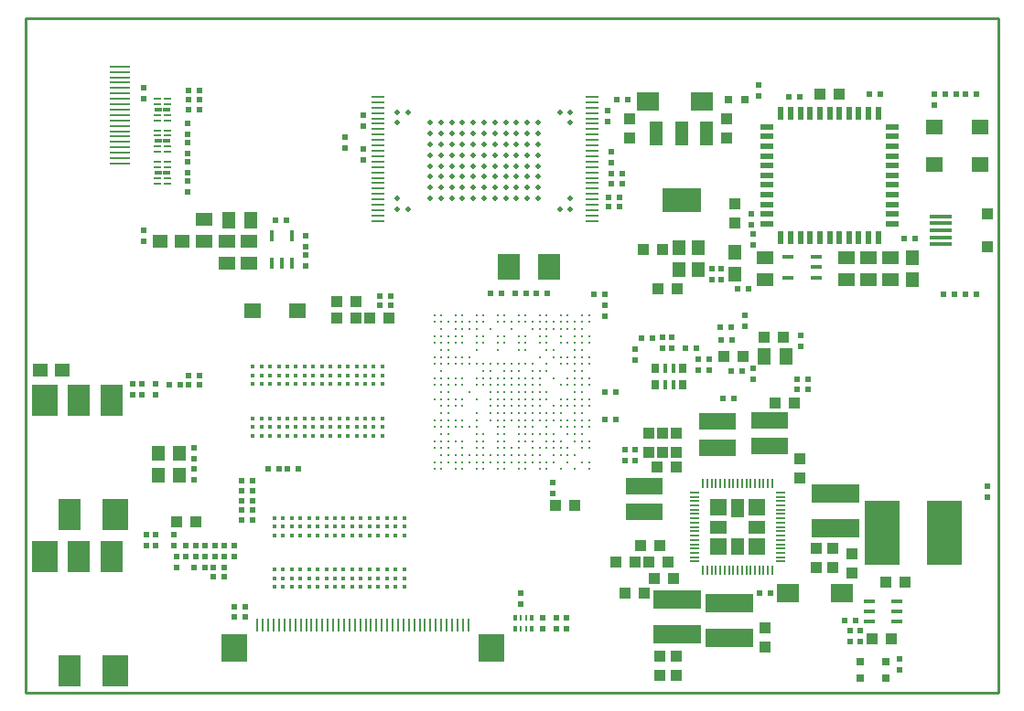
<source format=gbr>
G04 #@! TF.GenerationSoftware,KiCad,Pcbnew,no-vcs-found-ddec803~58~ubuntu14.04.1*
G04 #@! TF.CreationDate,2017-06-02T15:46:53+03:00*
G04 #@! TF.ProjectId,A64-OlinuXino_Rev_D,4136342D4F6C696E7558696E6F5F5265,D*
G04 #@! TF.FileFunction,Paste,Top*
G04 #@! TF.FilePolarity,Positive*
%FSLAX46Y46*%
G04 Gerber Fmt 4.6, Leading zero omitted, Abs format (unit mm)*
G04 Created by KiCad (PCBNEW no-vcs-found-ddec803~58~ubuntu14.04.1) date Fri Jun  2 15:46:53 2017*
%MOMM*%
%LPD*%
G01*
G04 APERTURE LIST*
%ADD10C,0.100000*%
%ADD11C,0.254000*%
%ADD12R,1.000000X1.100000*%
%ADD13R,2.150000X0.325000*%
%ADD14R,1.300000X0.500000*%
%ADD15R,0.500000X1.300000*%
%ADD16R,1.219200X2.235200*%
%ADD17R,3.600000X2.200000*%
%ADD18C,0.500000*%
%ADD19C,0.330000*%
%ADD20C,0.420000*%
%ADD21R,1.998400X2.898400*%
%ADD22R,2.398400X2.898400*%
%ADD23R,2.400000X2.600000*%
%ADD24R,0.230000X1.280000*%
%ADD25R,0.457200X0.965200*%
%ADD26R,0.711200X0.965200*%
%ADD27R,1.980000X0.230000*%
%ADD28R,1.500000X1.600000*%
%ADD29R,1.200000X1.700000*%
%ADD30R,1.600000X1.200000*%
%ADD31R,1.200000X1.600000*%
%ADD32R,0.911000X0.211000*%
%ADD33R,0.211000X0.911000*%
%ADD34R,3.398400X1.498400*%
%ADD35R,4.500000X1.750000*%
%ADD36R,3.200000X6.000000*%
%ADD37R,0.800000X0.800000*%
%ADD38R,0.500000X0.550000*%
%ADD39R,1.016000X1.016000*%
%ADD40R,0.550000X0.500000*%
%ADD41R,1.524000X1.270000*%
%ADD42R,1.270000X1.524000*%
%ADD43R,2.000000X1.700000*%
%ADD44R,1.168400X1.422400*%
%ADD45R,1.422400X1.168400*%
%ADD46R,1.098400X0.448400*%
%ADD47R,0.448400X1.098400*%
%ADD48R,1.500000X1.400000*%
%ADD49R,1.180000X0.230000*%
%ADD50R,0.305000X0.605000*%
%ADD51R,0.230000X0.605000*%
%ADD52R,0.675000X0.200000*%
%ADD53R,0.775000X0.300000*%
%ADD54R,2.100000X2.400000*%
G04 APERTURE END LIST*
D10*
D11*
X100000000Y-37500000D02*
X100000000Y-100000000D01*
X190000000Y-37500000D02*
X100000000Y-37500000D01*
X190000000Y-100000000D02*
X190000000Y-37500000D01*
X100000000Y-100000000D02*
X190000000Y-100000000D01*
D12*
X188992000Y-55650000D03*
X188992000Y-58650000D03*
D13*
X184692000Y-55850000D03*
X184692000Y-56500000D03*
X184692000Y-57150000D03*
X184692000Y-57800000D03*
X184692000Y-58450000D03*
D14*
X180146000Y-47570000D03*
X180146000Y-48470000D03*
X180146000Y-49370000D03*
X180146000Y-50270000D03*
X180146000Y-51170000D03*
X180146000Y-52070000D03*
X180146000Y-52970000D03*
X180146000Y-53870000D03*
X180146000Y-54770000D03*
X180146000Y-55670000D03*
X180146000Y-56570000D03*
D15*
X178871000Y-57845000D03*
X177971000Y-57845000D03*
X177071000Y-57845000D03*
X176171000Y-57845000D03*
X175271000Y-57845000D03*
X174371000Y-57845000D03*
X173471000Y-57845000D03*
X172571000Y-57845000D03*
X171671000Y-57845000D03*
X170771000Y-57845000D03*
X169871000Y-57845000D03*
D14*
X168596000Y-56570000D03*
X168596000Y-55670000D03*
X168596000Y-54770000D03*
X168596000Y-53870000D03*
X168596000Y-52970000D03*
X168596000Y-52070000D03*
X168596000Y-51170000D03*
X168596000Y-50270000D03*
X168596000Y-49370000D03*
X168596000Y-48470000D03*
X168596000Y-47570000D03*
D15*
X169871000Y-46295000D03*
X170771000Y-46295000D03*
X171671000Y-46295000D03*
X172571000Y-46295000D03*
X173471000Y-46295000D03*
X174371000Y-46295000D03*
X175271000Y-46295000D03*
X176171000Y-46295000D03*
X177071000Y-46295000D03*
X177971000Y-46295000D03*
X178871000Y-46295000D03*
D16*
X162966400Y-48209200D03*
X160655000Y-48209200D03*
X158343600Y-48209200D03*
D17*
X160655000Y-54406800D03*
D18*
X150400000Y-46200000D03*
X150400000Y-47200000D03*
X150400000Y-54200000D03*
X150400000Y-55200000D03*
X149400000Y-46200000D03*
X149400000Y-55200000D03*
X147400000Y-47200000D03*
X147400000Y-48200000D03*
X147400000Y-49200000D03*
X147400000Y-50200000D03*
X147400000Y-51200000D03*
X147400000Y-52200000D03*
X147400000Y-53200000D03*
X147400000Y-54200000D03*
X146400000Y-47200000D03*
X146400000Y-48200000D03*
X146400000Y-49200000D03*
X146400000Y-50200000D03*
X146400000Y-51200000D03*
X146400000Y-52200000D03*
X146400000Y-53200000D03*
X146400000Y-54200000D03*
X145400000Y-47200000D03*
X145400000Y-48200000D03*
X145400000Y-49200000D03*
X145400000Y-50200000D03*
X145400000Y-51200000D03*
X145400000Y-52200000D03*
X145400000Y-53200000D03*
X145400000Y-54200000D03*
X144400000Y-47200000D03*
X144400000Y-48200000D03*
X144400000Y-49200000D03*
X144400000Y-50200000D03*
X144400000Y-51200000D03*
X144400000Y-52200000D03*
X144400000Y-53200000D03*
X144400000Y-54200000D03*
X143400000Y-47200000D03*
X143400000Y-48200000D03*
X143400000Y-49200000D03*
X143400000Y-50200000D03*
X143400000Y-51200000D03*
X143400000Y-52200000D03*
X143400000Y-53200000D03*
X143400000Y-54200000D03*
X142400000Y-47200000D03*
X142400000Y-48200000D03*
X142400000Y-49200000D03*
X142400000Y-50200000D03*
X142400000Y-51200000D03*
X142400000Y-52200000D03*
X142400000Y-53200000D03*
X142400000Y-54200000D03*
X141400000Y-47200000D03*
X141400000Y-48200000D03*
X141400000Y-49200000D03*
X141400000Y-50200000D03*
X141400000Y-51200000D03*
X141400000Y-52200000D03*
X141400000Y-53200000D03*
X141400000Y-54200000D03*
X140400000Y-47200000D03*
X140400000Y-48200000D03*
X140400000Y-49200000D03*
X140400000Y-50200000D03*
X140400000Y-51200000D03*
X140400000Y-52200000D03*
X140400000Y-53200000D03*
X140400000Y-54200000D03*
X139400000Y-47200000D03*
X139400000Y-48200000D03*
X139400000Y-49200000D03*
X139400000Y-50200000D03*
X139400000Y-51200000D03*
X139400000Y-52200000D03*
X139400000Y-53200000D03*
X139400000Y-54200000D03*
X138400000Y-47200000D03*
X138400000Y-48200000D03*
X138400000Y-49200000D03*
X138400000Y-50200000D03*
X138400000Y-51200000D03*
X138400000Y-52200000D03*
X138400000Y-53200000D03*
X138400000Y-54200000D03*
X137400000Y-47200000D03*
X137400000Y-48200000D03*
X137400000Y-49200000D03*
X137400000Y-50200000D03*
X137400000Y-51200000D03*
X137400000Y-52200000D03*
X137400000Y-53200000D03*
X137400000Y-54200000D03*
X135400000Y-46200000D03*
X135400000Y-55200000D03*
X134400000Y-46200000D03*
X134400000Y-47200000D03*
X134400000Y-54200000D03*
X134400000Y-55200000D03*
D19*
X151450000Y-68250000D03*
X150800000Y-68250000D03*
X148850000Y-68250000D03*
X148200000Y-68250000D03*
X146250000Y-68250000D03*
X145600000Y-68250000D03*
X143650000Y-68250000D03*
X141700000Y-68250000D03*
X139100000Y-68250000D03*
X138450000Y-68250000D03*
X152100000Y-68900000D03*
X151450000Y-68900000D03*
X150800000Y-68900000D03*
X150150000Y-68900000D03*
X149500000Y-68900000D03*
X148850000Y-68900000D03*
X147550000Y-68900000D03*
X141050000Y-68900000D03*
X140400000Y-68900000D03*
X139750000Y-68900000D03*
X139100000Y-68900000D03*
X138450000Y-68900000D03*
X137800000Y-68900000D03*
X152100000Y-69550000D03*
X151450000Y-69550000D03*
X150800000Y-69550000D03*
X150150000Y-69550000D03*
X149500000Y-69550000D03*
X148200000Y-69550000D03*
X146900000Y-69550000D03*
X146250000Y-69550000D03*
X145600000Y-69550000D03*
X144950000Y-69550000D03*
X144300000Y-69550000D03*
X143650000Y-69550000D03*
X143000000Y-69550000D03*
X142350000Y-69550000D03*
X141700000Y-69550000D03*
X141050000Y-69550000D03*
X140400000Y-69550000D03*
X139750000Y-69550000D03*
X139100000Y-69550000D03*
X138450000Y-69550000D03*
X137800000Y-69550000D03*
X151450000Y-70200000D03*
X150800000Y-70200000D03*
X148200000Y-70200000D03*
X147550000Y-70200000D03*
X142350000Y-70200000D03*
X138450000Y-70200000D03*
X152100000Y-70850000D03*
X151450000Y-70850000D03*
X150800000Y-70850000D03*
X150150000Y-70850000D03*
X147550000Y-70850000D03*
X146900000Y-70850000D03*
X146250000Y-70850000D03*
X145600000Y-70850000D03*
X144950000Y-70850000D03*
X144300000Y-70850000D03*
X143650000Y-70850000D03*
X142350000Y-70850000D03*
X141700000Y-70850000D03*
X140400000Y-70850000D03*
X139750000Y-70850000D03*
X139100000Y-70850000D03*
X138450000Y-70850000D03*
X137800000Y-70850000D03*
X152100000Y-71500000D03*
X151450000Y-71500000D03*
X150800000Y-71500000D03*
X150150000Y-71500000D03*
X149500000Y-71500000D03*
X146900000Y-71500000D03*
X144950000Y-71500000D03*
X144300000Y-71500000D03*
X143000000Y-71500000D03*
X141700000Y-71500000D03*
X140400000Y-71500000D03*
X139750000Y-71500000D03*
X139100000Y-71500000D03*
X138450000Y-71500000D03*
X137800000Y-71500000D03*
X151450000Y-72150000D03*
X150800000Y-72150000D03*
X143000000Y-72150000D03*
X141050000Y-72150000D03*
X139100000Y-72150000D03*
X138450000Y-72150000D03*
X152100000Y-72800000D03*
X151450000Y-72800000D03*
X150800000Y-72800000D03*
X150150000Y-72800000D03*
X149500000Y-72800000D03*
X140400000Y-72800000D03*
X139750000Y-72800000D03*
X139100000Y-72800000D03*
X138450000Y-72800000D03*
X137800000Y-72800000D03*
X152100000Y-73450000D03*
X151450000Y-73450000D03*
X150800000Y-73450000D03*
X150150000Y-73450000D03*
X149500000Y-73450000D03*
X148850000Y-73450000D03*
X140400000Y-73450000D03*
X139750000Y-73450000D03*
X139100000Y-73450000D03*
X138450000Y-73450000D03*
X151450000Y-74100000D03*
X150800000Y-74100000D03*
X149500000Y-74100000D03*
X148850000Y-74100000D03*
X141700000Y-74100000D03*
X139100000Y-74100000D03*
X138450000Y-74100000D03*
X152100000Y-74750000D03*
X151450000Y-74750000D03*
X150800000Y-74750000D03*
X150150000Y-74750000D03*
X149500000Y-74750000D03*
X145600000Y-74750000D03*
X144300000Y-74750000D03*
X143000000Y-74750000D03*
X141700000Y-74750000D03*
X140400000Y-74750000D03*
X139750000Y-74750000D03*
X139100000Y-74750000D03*
X138450000Y-74750000D03*
X137800000Y-74750000D03*
X152100000Y-75400000D03*
X151450000Y-75400000D03*
X150800000Y-75400000D03*
X150150000Y-75400000D03*
X149500000Y-75400000D03*
X145600000Y-75400000D03*
X144300000Y-75400000D03*
X143650000Y-75400000D03*
X141700000Y-75400000D03*
X141050000Y-75400000D03*
X140400000Y-75400000D03*
X138450000Y-75400000D03*
X137800000Y-75400000D03*
X151450000Y-76050000D03*
X150800000Y-76050000D03*
X150150000Y-76050000D03*
X148850000Y-76050000D03*
X148200000Y-76050000D03*
X147550000Y-76050000D03*
X146250000Y-76050000D03*
X145600000Y-76050000D03*
X144300000Y-76050000D03*
X143650000Y-76050000D03*
X142350000Y-76050000D03*
X139100000Y-76050000D03*
X138450000Y-76050000D03*
X152100000Y-76700000D03*
X151450000Y-76700000D03*
X150800000Y-76700000D03*
X149500000Y-76700000D03*
X148850000Y-76700000D03*
X146250000Y-76700000D03*
X145600000Y-76700000D03*
X143650000Y-76700000D03*
X142350000Y-76700000D03*
X141700000Y-76700000D03*
X140400000Y-76700000D03*
X139750000Y-76700000D03*
X139100000Y-76700000D03*
X138450000Y-76700000D03*
X137800000Y-76700000D03*
X152100000Y-77350000D03*
X151450000Y-77350000D03*
X150150000Y-77350000D03*
X149500000Y-77350000D03*
X148850000Y-77350000D03*
X148200000Y-77350000D03*
X147550000Y-77350000D03*
X146900000Y-77350000D03*
X144950000Y-77350000D03*
X143650000Y-77350000D03*
X141700000Y-77350000D03*
X140400000Y-77350000D03*
X139100000Y-77350000D03*
X138450000Y-77350000D03*
X137800000Y-77350000D03*
X150800000Y-78000000D03*
X150150000Y-78000000D03*
X149500000Y-78000000D03*
X148850000Y-78000000D03*
X147550000Y-78000000D03*
X146900000Y-78000000D03*
X146250000Y-78000000D03*
X145600000Y-78000000D03*
X144300000Y-78000000D03*
X143650000Y-78000000D03*
X143000000Y-78000000D03*
X142350000Y-78000000D03*
X141700000Y-78000000D03*
X141050000Y-78000000D03*
X140400000Y-78000000D03*
X139750000Y-78000000D03*
X138450000Y-78000000D03*
X152100000Y-78650000D03*
X151450000Y-78650000D03*
X150150000Y-78650000D03*
X148850000Y-78650000D03*
X147550000Y-78650000D03*
X146900000Y-78650000D03*
X146250000Y-78650000D03*
X145600000Y-78650000D03*
X144950000Y-78650000D03*
X144300000Y-78650000D03*
X143650000Y-78650000D03*
X143000000Y-78650000D03*
X142350000Y-78650000D03*
X141700000Y-78650000D03*
X141050000Y-78650000D03*
X140400000Y-78650000D03*
X139750000Y-78650000D03*
X139100000Y-78650000D03*
X138450000Y-78650000D03*
X137800000Y-78650000D03*
X152100000Y-79300000D03*
X150800000Y-79300000D03*
X149500000Y-79300000D03*
X148200000Y-79300000D03*
X147550000Y-79300000D03*
X146250000Y-79300000D03*
X145600000Y-79300000D03*
X144300000Y-79300000D03*
X143650000Y-79300000D03*
X142350000Y-79300000D03*
X141700000Y-79300000D03*
X140400000Y-79300000D03*
X139750000Y-79300000D03*
X138450000Y-79300000D03*
X137800000Y-67600000D03*
X138450000Y-67600000D03*
X139100000Y-67600000D03*
X139750000Y-67600000D03*
X140400000Y-67600000D03*
X141700000Y-67600000D03*
X142350000Y-67600000D03*
X143650000Y-67600000D03*
X144300000Y-67600000D03*
X145600000Y-67600000D03*
X146250000Y-67600000D03*
X147550000Y-67600000D03*
X148200000Y-67600000D03*
X149500000Y-67600000D03*
X150150000Y-67600000D03*
X150800000Y-67600000D03*
X151450000Y-67600000D03*
X152100000Y-67600000D03*
X152100000Y-66950000D03*
X151450000Y-66950000D03*
X150800000Y-66950000D03*
X149500000Y-66950000D03*
X148200000Y-66950000D03*
X147550000Y-66950000D03*
X146250000Y-66950000D03*
X145600000Y-66950000D03*
X144300000Y-66950000D03*
X143650000Y-66950000D03*
X142350000Y-66950000D03*
X141700000Y-66950000D03*
X140400000Y-66950000D03*
X139750000Y-66950000D03*
X139100000Y-66950000D03*
X138450000Y-66950000D03*
X137800000Y-66950000D03*
X138450000Y-66300000D03*
X139750000Y-66300000D03*
X140400000Y-66300000D03*
X141050000Y-66300000D03*
X141700000Y-66300000D03*
X143000000Y-66300000D03*
X144950000Y-66300000D03*
X146900000Y-66300000D03*
X147550000Y-66300000D03*
X148200000Y-66300000D03*
X148850000Y-66300000D03*
X149500000Y-66300000D03*
X150150000Y-66300000D03*
X150800000Y-66300000D03*
X151450000Y-66300000D03*
X152100000Y-65650000D03*
X151450000Y-65650000D03*
X150800000Y-65650000D03*
X150150000Y-65650000D03*
X149500000Y-65650000D03*
X148850000Y-65650000D03*
X148200000Y-65650000D03*
X147550000Y-65650000D03*
X146900000Y-65650000D03*
X146250000Y-65650000D03*
X145600000Y-65650000D03*
X144950000Y-65650000D03*
X144300000Y-65650000D03*
X143650000Y-65650000D03*
X142350000Y-65650000D03*
X141700000Y-65650000D03*
X141050000Y-65650000D03*
X140400000Y-65650000D03*
X139750000Y-65650000D03*
X139100000Y-65650000D03*
X138450000Y-65650000D03*
X137800000Y-65650000D03*
X138450000Y-65000000D03*
X139750000Y-65000000D03*
X140400000Y-65000000D03*
X141700000Y-65000000D03*
X142350000Y-65000000D03*
X143650000Y-65000000D03*
X144300000Y-65000000D03*
X145600000Y-65000000D03*
X146250000Y-65000000D03*
X147550000Y-65000000D03*
X148200000Y-65000000D03*
X149500000Y-65000000D03*
X150150000Y-65000000D03*
X151450000Y-65000000D03*
X137800000Y-79300000D03*
X137800000Y-65000000D03*
X139100000Y-78000000D03*
X139100000Y-75400000D03*
X139750000Y-75400000D03*
X141700000Y-76050000D03*
X142350000Y-77350000D03*
X144300000Y-77350000D03*
X144300000Y-76700000D03*
X144950000Y-78000000D03*
X145600000Y-77350000D03*
X143000000Y-70200000D03*
X144300000Y-70200000D03*
X144950000Y-70200000D03*
X145600000Y-70200000D03*
X146900000Y-70200000D03*
X143000000Y-70850000D03*
X142350000Y-71500000D03*
X143650000Y-71500000D03*
X148850000Y-70850000D03*
X148200000Y-72150000D03*
X148200000Y-72800000D03*
X147550000Y-71500000D03*
X147550000Y-72150000D03*
X146900000Y-72150000D03*
X146900000Y-72800000D03*
X146250000Y-71500000D03*
X145600000Y-71500000D03*
X146250000Y-72150000D03*
X145600000Y-72150000D03*
X147550000Y-72800000D03*
X146250000Y-72800000D03*
X145600000Y-72800000D03*
X144950000Y-72800000D03*
X144300000Y-72800000D03*
X143650000Y-72800000D03*
X143000000Y-72800000D03*
X147550000Y-73450000D03*
X143000000Y-73450000D03*
X143650000Y-73450000D03*
X144300000Y-73450000D03*
X144950000Y-73450000D03*
X145600000Y-73450000D03*
X146250000Y-73450000D03*
X146900000Y-73450000D03*
X148200000Y-74100000D03*
X143000000Y-74100000D03*
X147550000Y-74100000D03*
X146900000Y-74100000D03*
X146250000Y-74100000D03*
X145600000Y-74100000D03*
X144950000Y-74100000D03*
X144300000Y-74100000D03*
X143650000Y-74100000D03*
X148850000Y-74750000D03*
X148200000Y-74750000D03*
X147550000Y-74750000D03*
X146900000Y-74750000D03*
X146250000Y-74750000D03*
X148200000Y-75400000D03*
X146900000Y-75400000D03*
X146250000Y-75400000D03*
X146900000Y-76700000D03*
X148200000Y-78650000D03*
X148200000Y-76700000D03*
X146900000Y-76050000D03*
X143650000Y-74750000D03*
X144950000Y-74750000D03*
X141700000Y-72800000D03*
X143650000Y-72150000D03*
X144300000Y-72150000D03*
X144950000Y-72150000D03*
X152100000Y-65000000D03*
D20*
X123000000Y-90200000D03*
X123000000Y-89400000D03*
X123000000Y-88600000D03*
X123000000Y-85400000D03*
X123000000Y-84600000D03*
X123000000Y-83800000D03*
X123800000Y-90200000D03*
X123800000Y-89400000D03*
X123800000Y-88600000D03*
X123800000Y-85400000D03*
X123800000Y-84600000D03*
X123800000Y-83800000D03*
X124600000Y-90200000D03*
X124600000Y-89400000D03*
X124600000Y-88600000D03*
X124600000Y-85400000D03*
X124600000Y-84600000D03*
X124600000Y-83800000D03*
X125400000Y-90200000D03*
X125400000Y-89400000D03*
X125400000Y-88600000D03*
X125400000Y-85400000D03*
X125400000Y-84600000D03*
X125400000Y-83800000D03*
X126200000Y-90200000D03*
X126200000Y-89400000D03*
X126200000Y-88600000D03*
X126200000Y-85400000D03*
X126200000Y-84600000D03*
X126200000Y-83800000D03*
X127000000Y-90200000D03*
X127000000Y-89400000D03*
X127000000Y-88600000D03*
X127000000Y-85400000D03*
X127000000Y-84600000D03*
X127000000Y-83800000D03*
X127800000Y-90200000D03*
X127800000Y-89400000D03*
X127800000Y-88600000D03*
X127800000Y-85400000D03*
X127800000Y-84600000D03*
X127800000Y-83800000D03*
X128600000Y-90200000D03*
X128600000Y-89400000D03*
X128600000Y-88600000D03*
X128600000Y-85400000D03*
X128600000Y-84600000D03*
X128600000Y-83800000D03*
X129400000Y-90200000D03*
X129400000Y-89400000D03*
X129400000Y-88600000D03*
X129400000Y-85400000D03*
X129400000Y-84600000D03*
X129400000Y-83800000D03*
X130200000Y-90200000D03*
X130200000Y-89400000D03*
X130200000Y-88600000D03*
X130200000Y-85400000D03*
X130200000Y-84600000D03*
X130200000Y-83800000D03*
X131000000Y-90200000D03*
X131000000Y-89400000D03*
X131000000Y-88600000D03*
X131000000Y-85400000D03*
X131000000Y-84600000D03*
X131000000Y-83800000D03*
X131800000Y-90200000D03*
X131800000Y-89400000D03*
X131800000Y-88600000D03*
X131800000Y-85400000D03*
X131800000Y-84600000D03*
X131800000Y-83800000D03*
X132600000Y-90200000D03*
X132600000Y-89400000D03*
X132600000Y-88600000D03*
X132600000Y-85400000D03*
X132600000Y-84600000D03*
X132600000Y-83800000D03*
X133400000Y-90200000D03*
X133400000Y-89400000D03*
X133400000Y-88600000D03*
X133400000Y-85400000D03*
X133400000Y-84600000D03*
X133400000Y-83800000D03*
X134200000Y-90200000D03*
X134200000Y-89400000D03*
X134200000Y-88600000D03*
X134200000Y-85400000D03*
X134200000Y-84600000D03*
X134200000Y-83800000D03*
X135000000Y-90200000D03*
X135000000Y-89400000D03*
X135000000Y-88600000D03*
X135000000Y-85400000D03*
X135000000Y-84600000D03*
X135000000Y-83800000D03*
X121000000Y-76200000D03*
X121000000Y-75400000D03*
X121000000Y-74600000D03*
X121000000Y-71400000D03*
X121000000Y-70600000D03*
X121000000Y-69800000D03*
X121800000Y-76200000D03*
X121800000Y-75400000D03*
X121800000Y-74600000D03*
X121800000Y-71400000D03*
X121800000Y-70600000D03*
X121800000Y-69800000D03*
X122600000Y-76200000D03*
X122600000Y-75400000D03*
X122600000Y-74600000D03*
X122600000Y-71400000D03*
X122600000Y-70600000D03*
X122600000Y-69800000D03*
X123400000Y-76200000D03*
X123400000Y-75400000D03*
X123400000Y-74600000D03*
X123400000Y-71400000D03*
X123400000Y-70600000D03*
X123400000Y-69800000D03*
X124200000Y-76200000D03*
X124200000Y-75400000D03*
X124200000Y-74600000D03*
X124200000Y-71400000D03*
X124200000Y-70600000D03*
X124200000Y-69800000D03*
X125000000Y-76200000D03*
X125000000Y-75400000D03*
X125000000Y-74600000D03*
X125000000Y-71400000D03*
X125000000Y-70600000D03*
X125000000Y-69800000D03*
X125800000Y-76200000D03*
X125800000Y-75400000D03*
X125800000Y-74600000D03*
X125800000Y-71400000D03*
X125800000Y-70600000D03*
X125800000Y-69800000D03*
X126600000Y-76200000D03*
X126600000Y-75400000D03*
X126600000Y-74600000D03*
X126600000Y-71400000D03*
X126600000Y-70600000D03*
X126600000Y-69800000D03*
X127400000Y-76200000D03*
X127400000Y-75400000D03*
X127400000Y-74600000D03*
X127400000Y-71400000D03*
X127400000Y-70600000D03*
X127400000Y-69800000D03*
X128200000Y-76200000D03*
X128200000Y-75400000D03*
X128200000Y-74600000D03*
X128200000Y-71400000D03*
X128200000Y-70600000D03*
X128200000Y-69800000D03*
X129000000Y-76200000D03*
X129000000Y-75400000D03*
X129000000Y-74600000D03*
X129000000Y-71400000D03*
X129000000Y-70600000D03*
X129000000Y-69800000D03*
X129800000Y-76200000D03*
X129800000Y-75400000D03*
X129800000Y-74600000D03*
X129800000Y-71400000D03*
X129800000Y-70600000D03*
X129800000Y-69800000D03*
X130600000Y-76200000D03*
X130600000Y-75400000D03*
X130600000Y-74600000D03*
X130600000Y-71400000D03*
X130600000Y-70600000D03*
X130600000Y-69800000D03*
X131400000Y-76200000D03*
X131400000Y-75400000D03*
X131400000Y-74600000D03*
X131400000Y-71400000D03*
X131400000Y-70600000D03*
X131400000Y-69800000D03*
X132200000Y-76200000D03*
X132200000Y-75400000D03*
X132200000Y-74600000D03*
X132200000Y-71400000D03*
X132200000Y-70600000D03*
X132200000Y-69800000D03*
X133000000Y-76200000D03*
X133000000Y-75400000D03*
X133000000Y-74600000D03*
X133000000Y-71400000D03*
X133000000Y-70600000D03*
X133000000Y-69800000D03*
D21*
X104881000Y-72932000D03*
X104081000Y-83532000D03*
X107981000Y-72932000D03*
D22*
X108281000Y-83532000D03*
X101781000Y-72932000D03*
D21*
X104881000Y-87410000D03*
X104081000Y-98010000D03*
X107981000Y-87410000D03*
D22*
X108281000Y-98010000D03*
X101781000Y-87410000D03*
D23*
X119291000Y-95870000D03*
X143091000Y-95870000D03*
D24*
X121441000Y-93770000D03*
X121941000Y-93770000D03*
X122441000Y-93770000D03*
X122941000Y-93770000D03*
X123441000Y-93770000D03*
X123941000Y-93770000D03*
X124441000Y-93770000D03*
X124941000Y-93770000D03*
X125441000Y-93770000D03*
X125941000Y-93770000D03*
X126441000Y-93770000D03*
X126941000Y-93770000D03*
X127441000Y-93770000D03*
X127941000Y-93770000D03*
X128441000Y-93770000D03*
X128941000Y-93770000D03*
X129441000Y-93770000D03*
X129941000Y-93770000D03*
X130441000Y-93770000D03*
X130941000Y-93770000D03*
X131441000Y-93770000D03*
X131941000Y-93770000D03*
X132441000Y-93770000D03*
X132941000Y-93770000D03*
X133441000Y-93770000D03*
X133941000Y-93770000D03*
X134441000Y-93770000D03*
X134941000Y-93770000D03*
X135441000Y-93770000D03*
X135941000Y-93770000D03*
X136441000Y-93770000D03*
X136941000Y-93770000D03*
X137441000Y-93770000D03*
X137941000Y-93770000D03*
X138441000Y-93770000D03*
X138941000Y-93770000D03*
X139441000Y-93770000D03*
X139941000Y-93770000D03*
X140441000Y-93770000D03*
X140941000Y-93770000D03*
D25*
X159893000Y-71501000D03*
X159131000Y-71501000D03*
X159893000Y-69977000D03*
X159131000Y-69977000D03*
D26*
X160782000Y-71501000D03*
X160782000Y-69977000D03*
X158242000Y-71501000D03*
X158242000Y-69977000D03*
D27*
X108747000Y-41982000D03*
X108747000Y-42482000D03*
X108747000Y-42982000D03*
X108747000Y-43482000D03*
X108747000Y-43982000D03*
X108747000Y-44482000D03*
X108747000Y-44982000D03*
X108747000Y-45482000D03*
X108747000Y-45982000D03*
X108747000Y-46482000D03*
X108747000Y-46982000D03*
X108747000Y-47482000D03*
X108747000Y-47982000D03*
X108747000Y-48482000D03*
X108747000Y-48982000D03*
X108747000Y-49482000D03*
X108747000Y-49982000D03*
X108747000Y-50482000D03*
X108747000Y-50982000D03*
D28*
X164112000Y-82845500D03*
D29*
X165862000Y-82895500D03*
D28*
X167612000Y-82845500D03*
D30*
X164062000Y-84645500D03*
X167662000Y-84645500D03*
D28*
X164112000Y-86445500D03*
D31*
X165862000Y-86445500D03*
D28*
X167612000Y-86445500D03*
D32*
X169862000Y-81445500D03*
X169862000Y-81845500D03*
X169862000Y-82245500D03*
X169862000Y-82645500D03*
X169862000Y-83045500D03*
X169862000Y-83445500D03*
X169862000Y-83845500D03*
X169862000Y-84245500D03*
X169862000Y-84645500D03*
X169862000Y-85045500D03*
X169862000Y-85445500D03*
X169862000Y-85845500D03*
X169862000Y-86245500D03*
X169862000Y-86645500D03*
X169862000Y-87045500D03*
X169862000Y-87445500D03*
X169862000Y-87845500D03*
D33*
X169062000Y-88645500D03*
X168662000Y-88645500D03*
X168262000Y-88645500D03*
X167862000Y-88645500D03*
X167462000Y-88645500D03*
X167062000Y-88645500D03*
X166662000Y-88645500D03*
X166262000Y-88645500D03*
X165862000Y-88645500D03*
X165462000Y-88645500D03*
X165062000Y-88645500D03*
X164662000Y-88645500D03*
X164262000Y-88645500D03*
X163862000Y-88645500D03*
X163462000Y-88645500D03*
X163062000Y-88645500D03*
X162662000Y-88645500D03*
D32*
X161862000Y-87845500D03*
X161862000Y-87445500D03*
X161862000Y-87045500D03*
X161862000Y-86645500D03*
X161862000Y-86245500D03*
X161862000Y-85845500D03*
X161862000Y-85445500D03*
X161862000Y-85045500D03*
X161862000Y-84645500D03*
X161862000Y-84245500D03*
X161862000Y-83845500D03*
X161862000Y-83445500D03*
X161862000Y-83045500D03*
X161862000Y-82645500D03*
X161862000Y-82245500D03*
X161862000Y-81845500D03*
X161862000Y-81445500D03*
D33*
X162662000Y-80645500D03*
X163062000Y-80645500D03*
X163462000Y-80645500D03*
X163862000Y-80645500D03*
X164262000Y-80645500D03*
X164662000Y-80645500D03*
X165062000Y-80645500D03*
X165462000Y-80645500D03*
X165862000Y-80645500D03*
X166262000Y-80645500D03*
X166662000Y-80645500D03*
X167062000Y-80645500D03*
X167462000Y-80645500D03*
X167862000Y-80645500D03*
X168262000Y-80645500D03*
X168662000Y-80645500D03*
X169062000Y-80645500D03*
D34*
X168783000Y-77146000D03*
X168783000Y-74746000D03*
X163957000Y-77273000D03*
X163957000Y-74873000D03*
X157226000Y-83242000D03*
X157226000Y-80842000D03*
D35*
X160274000Y-94564000D03*
X160274000Y-91364000D03*
X165100000Y-94945000D03*
X165100000Y-91745000D03*
X174879000Y-81585000D03*
X174879000Y-84785000D03*
D36*
X179218000Y-85217000D03*
X185018000Y-85217000D03*
D37*
X179578000Y-97155000D03*
X179578000Y-98679000D03*
D38*
X144018000Y-62992000D03*
X143002000Y-62992000D03*
D39*
X165608000Y-54737000D03*
X165608000Y-56515000D03*
D38*
X121008000Y-81300000D03*
X119992000Y-81300000D03*
X119992000Y-84000000D03*
X121008000Y-84000000D03*
D40*
X153797000Y-47117000D03*
X153797000Y-46101000D03*
X154178000Y-50927000D03*
X154178000Y-49911000D03*
X131191000Y-50673000D03*
X131191000Y-49657000D03*
D39*
X128778000Y-63754000D03*
X130556000Y-63754000D03*
D40*
X114808000Y-86360000D03*
X114808000Y-87376000D03*
D39*
X128778000Y-65278000D03*
X130556000Y-65278000D03*
D40*
X116586000Y-87376000D03*
X116586000Y-86360000D03*
D39*
X115697000Y-84201000D03*
X113919000Y-84201000D03*
D40*
X111125000Y-86360000D03*
X111125000Y-85344000D03*
X117475000Y-87376000D03*
X117475000Y-86360000D03*
X119253000Y-87376000D03*
X119253000Y-86360000D03*
D39*
X133604000Y-65278000D03*
X131826000Y-65278000D03*
D40*
X115570000Y-80264000D03*
X115570000Y-79248000D03*
D38*
X113284000Y-71501000D03*
X114300000Y-71501000D03*
X182245000Y-57912000D03*
X181229000Y-57912000D03*
D41*
X175895000Y-59690000D03*
X175895000Y-61722000D03*
X177927000Y-59690000D03*
X177927000Y-61722000D03*
X179959000Y-59690000D03*
X179959000Y-61722000D03*
X168402000Y-61722000D03*
X168402000Y-59690000D03*
D40*
X110871000Y-58166000D03*
X110871000Y-57150000D03*
D41*
X120650000Y-58166000D03*
X120650000Y-60198000D03*
X118618000Y-58166000D03*
X118618000Y-60198000D03*
X116459000Y-56134000D03*
X116459000Y-58166000D03*
D42*
X120777000Y-56261000D03*
X118745000Y-56261000D03*
D39*
X175260000Y-44577000D03*
X173482000Y-44577000D03*
D38*
X170561000Y-44831000D03*
X171577000Y-44831000D03*
D40*
X167132000Y-55626000D03*
X167132000Y-56642000D03*
D38*
X178054000Y-44577000D03*
X179070000Y-44577000D03*
D40*
X184023000Y-45593000D03*
X184023000Y-44577000D03*
D38*
X187960000Y-44577000D03*
X186944000Y-44577000D03*
D39*
X160147000Y-79121000D03*
X158369000Y-79121000D03*
X173101000Y-86614000D03*
X173101000Y-88392000D03*
X160147000Y-98425000D03*
X160147000Y-96647000D03*
X158623000Y-98425000D03*
X158623000Y-96647000D03*
X157226000Y-90805000D03*
X155448000Y-90805000D03*
X176403000Y-87122000D03*
X176403000Y-88900000D03*
X156337000Y-87884000D03*
X154559000Y-87884000D03*
X178308000Y-94996000D03*
X180086000Y-94996000D03*
X179578000Y-89789000D03*
X181356000Y-89789000D03*
X168402000Y-95758000D03*
X168402000Y-93980000D03*
X174625000Y-86614000D03*
X174625000Y-88392000D03*
X148971000Y-82677000D03*
X150749000Y-82677000D03*
X171069000Y-73152000D03*
X169291000Y-73152000D03*
X160147000Y-77724000D03*
X160147000Y-75946000D03*
X158877000Y-77724000D03*
X158877000Y-75946000D03*
X157607000Y-77724000D03*
X157607000Y-75946000D03*
X159385000Y-87884000D03*
X157607000Y-87884000D03*
X171577000Y-78359000D03*
X171577000Y-80137000D03*
X158623000Y-86360000D03*
X156845000Y-86360000D03*
X158115000Y-89408000D03*
X159893000Y-89408000D03*
D38*
X147193000Y-62992000D03*
X148209000Y-62992000D03*
D40*
X156337000Y-77470000D03*
X156337000Y-78486000D03*
D38*
X132715000Y-64135000D03*
X133731000Y-64135000D03*
D40*
X155448000Y-77470000D03*
X155448000Y-78486000D03*
D43*
X170474000Y-90805000D03*
X175474000Y-90805000D03*
D44*
X112268000Y-79883000D03*
X112268000Y-77851000D03*
D45*
X103378000Y-70104000D03*
X101346000Y-70104000D03*
D44*
X114173000Y-79883000D03*
X114173000Y-77851000D03*
X181991000Y-59690000D03*
X181991000Y-61722000D03*
D45*
X112395000Y-58166000D03*
X114427000Y-58166000D03*
D38*
X154940000Y-54102000D03*
X153924000Y-54102000D03*
X154559000Y-74676000D03*
X153543000Y-74676000D03*
D40*
X114935000Y-52578000D03*
X114935000Y-53594000D03*
X114935000Y-51816000D03*
X114935000Y-50800000D03*
X114935000Y-49022000D03*
X114935000Y-50038000D03*
X114935000Y-48260000D03*
X114935000Y-47244000D03*
D38*
X153543000Y-72136000D03*
X154559000Y-72136000D03*
D46*
X170531000Y-59629000D03*
X170531000Y-61529000D03*
X173131000Y-59629000D03*
X173131000Y-60579000D03*
X173131000Y-61529000D03*
D47*
X124648000Y-57628000D03*
X122748000Y-57628000D03*
X124648000Y-60228000D03*
X123698000Y-60228000D03*
X122748000Y-60228000D03*
D46*
X178023900Y-91506000D03*
X178023900Y-92456000D03*
X178023900Y-93406000D03*
X180624100Y-93406000D03*
X180624100Y-92456000D03*
X180624100Y-91506000D03*
D40*
X167259000Y-58547000D03*
X167259000Y-57531000D03*
D38*
X120269000Y-92075000D03*
X119253000Y-92075000D03*
X120269000Y-92964000D03*
X119253000Y-92964000D03*
D40*
X180848000Y-96901000D03*
X180848000Y-97917000D03*
X176276000Y-94234000D03*
X176276000Y-95250000D03*
X153543000Y-65151000D03*
X153543000Y-64135000D03*
D38*
X152527000Y-63119000D03*
X153543000Y-63119000D03*
X132715000Y-63246000D03*
X133731000Y-63246000D03*
X168910000Y-90805000D03*
X167894000Y-90805000D03*
X175768000Y-93345000D03*
X176784000Y-93345000D03*
D40*
X177165000Y-94234000D03*
X177165000Y-95250000D03*
X149987000Y-93091000D03*
X149987000Y-94107000D03*
X147828000Y-93091000D03*
X147828000Y-94107000D03*
X149098000Y-93091000D03*
X149098000Y-94107000D03*
X145796000Y-90805000D03*
X145796000Y-91821000D03*
X113665000Y-86360000D03*
X113665000Y-85344000D03*
D38*
X117348000Y-89281000D03*
X118364000Y-89281000D03*
D40*
X113919000Y-88392000D03*
X113919000Y-87376000D03*
X109855000Y-71374000D03*
X109855000Y-72390000D03*
D38*
X115062000Y-70612000D03*
X116078000Y-70612000D03*
X123063000Y-56261000D03*
X124079000Y-56261000D03*
D40*
X125857000Y-59436000D03*
X125857000Y-60452000D03*
D38*
X116078000Y-45974000D03*
X115062000Y-45974000D03*
X116078000Y-45085000D03*
X115062000Y-45085000D03*
D40*
X110871000Y-44958000D03*
X110871000Y-43942000D03*
D38*
X115062000Y-44196000D03*
X116078000Y-44196000D03*
X154178000Y-51943000D03*
X155194000Y-51943000D03*
X153924000Y-54991000D03*
X154940000Y-54991000D03*
D40*
X131191000Y-46482000D03*
X131191000Y-47498000D03*
D38*
X154178000Y-52832000D03*
X155194000Y-52832000D03*
X155702000Y-45085000D03*
X154686000Y-45085000D03*
D40*
X129540000Y-48514000D03*
X129540000Y-49530000D03*
X148717000Y-81534000D03*
X148717000Y-80518000D03*
D38*
X121008000Y-82200000D03*
X119992000Y-82200000D03*
X119992000Y-83100000D03*
X121008000Y-83100000D03*
X119992000Y-80400000D03*
X121008000Y-80400000D03*
X124206000Y-79248000D03*
X125222000Y-79248000D03*
X123444000Y-79248000D03*
X122428000Y-79248000D03*
D40*
X125857000Y-58674000D03*
X125857000Y-57658000D03*
D48*
X188282000Y-51054000D03*
X184082000Y-51054000D03*
X188282000Y-47625000D03*
X184082000Y-47625000D03*
X120963000Y-64643000D03*
X125163000Y-64643000D03*
D40*
X112014000Y-72390000D03*
X112014000Y-71374000D03*
D38*
X185039000Y-44577000D03*
X186055000Y-44577000D03*
X146304000Y-62992000D03*
X145288000Y-62992000D03*
D42*
X170307000Y-68834000D03*
X168275000Y-68834000D03*
D39*
X158496000Y-62611000D03*
X160274000Y-62611000D03*
X166370000Y-68834000D03*
X164592000Y-68834000D03*
X168275000Y-67056000D03*
X170053000Y-67056000D03*
X155829000Y-46863000D03*
X155829000Y-48641000D03*
X158877000Y-58928000D03*
X157099000Y-58928000D03*
D44*
X165608000Y-59182000D03*
X165608000Y-61214000D03*
X162179000Y-58801000D03*
X162179000Y-60833000D03*
X160401000Y-58801000D03*
X160401000Y-60833000D03*
D38*
X156972000Y-67183000D03*
X157988000Y-67183000D03*
X161036000Y-68072000D03*
X162052000Y-68072000D03*
X163195000Y-69088000D03*
X162179000Y-69088000D03*
D40*
X158877000Y-68072000D03*
X158877000Y-67056000D03*
X163449000Y-61722000D03*
X163449000Y-60706000D03*
X188976000Y-80899000D03*
X188976000Y-81915000D03*
D38*
X187960000Y-63119000D03*
X186944000Y-63119000D03*
X184912000Y-63119000D03*
X185928000Y-63119000D03*
X162179000Y-70104000D03*
X163195000Y-70104000D03*
D40*
X156337000Y-68199000D03*
X156337000Y-69215000D03*
D38*
X164465000Y-72771000D03*
X165481000Y-72771000D03*
D40*
X164338000Y-61722000D03*
X164338000Y-60706000D03*
D39*
X164846000Y-48641000D03*
X164846000Y-46863000D03*
D38*
X171323000Y-70993000D03*
X172339000Y-70993000D03*
X171323000Y-71882000D03*
X172339000Y-71882000D03*
X166878000Y-62611000D03*
X165862000Y-62611000D03*
X165354000Y-67310000D03*
X164338000Y-67310000D03*
D40*
X171704000Y-66929000D03*
X171704000Y-67945000D03*
X167259000Y-69977000D03*
X167259000Y-70993000D03*
D38*
X166243000Y-70231000D03*
X165227000Y-70231000D03*
D40*
X166497000Y-66040000D03*
X166497000Y-65024000D03*
D38*
X165227000Y-66167000D03*
X164211000Y-66167000D03*
D40*
X159766000Y-67056000D03*
X159766000Y-68072000D03*
D43*
X157520000Y-45212000D03*
X162520000Y-45212000D03*
D40*
X167767000Y-43688000D03*
X167767000Y-44704000D03*
X110744000Y-71374000D03*
X110744000Y-72390000D03*
X115570000Y-78359000D03*
X115570000Y-77343000D03*
D38*
X115062000Y-71501000D03*
X116078000Y-71501000D03*
D49*
X152394000Y-56296000D03*
X152394000Y-55796000D03*
X152394000Y-55296000D03*
X152394000Y-54796000D03*
X152394000Y-54296000D03*
X152394000Y-53796000D03*
X152394000Y-53296000D03*
X152394000Y-52796000D03*
X152394000Y-52296000D03*
X152394000Y-51796000D03*
X152394000Y-51296000D03*
X152394000Y-50796000D03*
X152394000Y-50296000D03*
X152394000Y-49796000D03*
X152394000Y-49296000D03*
X152394000Y-48796000D03*
X152394000Y-48296000D03*
X152394000Y-47796000D03*
X152394000Y-47296000D03*
X152394000Y-46796000D03*
X152394000Y-46296000D03*
X152394000Y-45796000D03*
X152394000Y-45296000D03*
X152394000Y-44796000D03*
X132594000Y-44796000D03*
X132594000Y-45296000D03*
X132594000Y-45796000D03*
X132594000Y-46296000D03*
X132594000Y-46796000D03*
X132594000Y-47296000D03*
X132594000Y-47796000D03*
X132594000Y-48296000D03*
X132594000Y-48796000D03*
X132594000Y-49296000D03*
X132594000Y-49796000D03*
X132594000Y-50296000D03*
X132594000Y-50796000D03*
X132594000Y-51296000D03*
X132594000Y-51796000D03*
X132594000Y-52296000D03*
X132594000Y-52796000D03*
X132594000Y-53296000D03*
X132594000Y-53796000D03*
X132594000Y-54296000D03*
X132594000Y-54796000D03*
X132594000Y-55296000D03*
X132594000Y-55796000D03*
X132594000Y-56296000D03*
D40*
X112014000Y-86360000D03*
X112014000Y-85344000D03*
X115697000Y-87376000D03*
X115697000Y-86360000D03*
X118364000Y-87376000D03*
X118364000Y-86360000D03*
D38*
X116586000Y-88392000D03*
X115570000Y-88392000D03*
X117348000Y-88392000D03*
X118364000Y-88392000D03*
D37*
X166497000Y-45085000D03*
X164973000Y-45085000D03*
X177165000Y-97155000D03*
X177165000Y-98679000D03*
D50*
X146840000Y-93086500D03*
X146840000Y-94111500D03*
D51*
X146300000Y-93086500D03*
X146300000Y-94111500D03*
X145800000Y-93086500D03*
X145800000Y-94111500D03*
D50*
X145260000Y-93086500D03*
X145260000Y-94111500D03*
D52*
X112211500Y-52816000D03*
X112211500Y-52316000D03*
D53*
X112261500Y-51816000D03*
D52*
X112211500Y-51316000D03*
X112211500Y-50816000D03*
X113086500Y-50816000D03*
X113086500Y-51316000D03*
D53*
X113036500Y-51816000D03*
D52*
X113086500Y-52316000D03*
X113086500Y-52816000D03*
X113086500Y-49895000D03*
X113086500Y-49395000D03*
D53*
X113036500Y-48895000D03*
D52*
X113086500Y-48395000D03*
X113086500Y-47895000D03*
X112211500Y-47895000D03*
X112211500Y-48395000D03*
D53*
X112261500Y-48895000D03*
D52*
X112211500Y-49395000D03*
X112211500Y-49895000D03*
X112211500Y-46974000D03*
X112211500Y-46474000D03*
D53*
X112261500Y-45974000D03*
D52*
X112211500Y-45474000D03*
X112211500Y-44974000D03*
X113086500Y-44974000D03*
X113086500Y-45474000D03*
D53*
X113036500Y-45974000D03*
D52*
X113086500Y-46474000D03*
X113086500Y-46974000D03*
D54*
X148408000Y-60579000D03*
X144708000Y-60579000D03*
M02*

</source>
